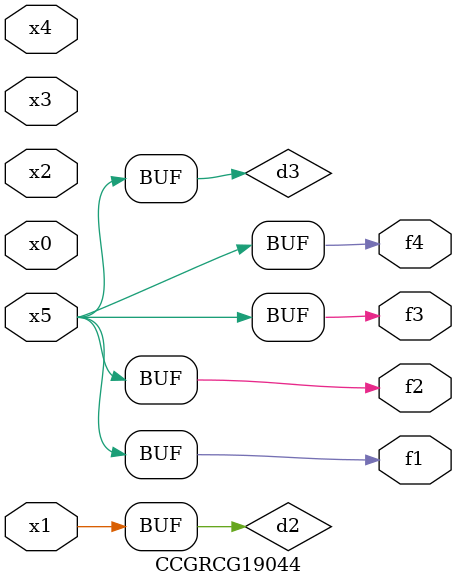
<source format=v>
module CCGRCG19044(
	input x0, x1, x2, x3, x4, x5,
	output f1, f2, f3, f4
);

	wire d1, d2, d3;

	not (d1, x5);
	or (d2, x1);
	xnor (d3, d1);
	assign f1 = d3;
	assign f2 = d3;
	assign f3 = d3;
	assign f4 = d3;
endmodule

</source>
